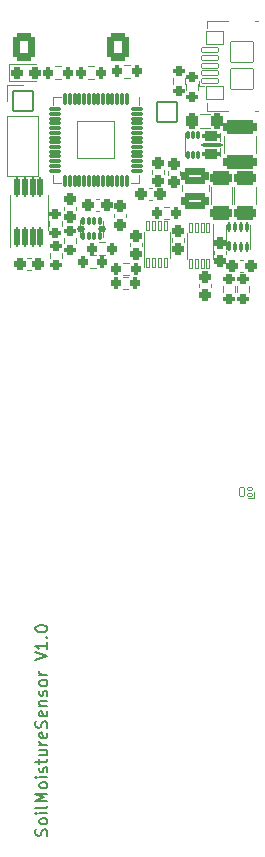
<source format=gto>
G04 #@! TF.GenerationSoftware,KiCad,Pcbnew,(6.0.7)*
G04 #@! TF.CreationDate,2022-10-27T11:55:22+02:00*
G04 #@! TF.ProjectId,soilMoistureSensor,736f696c-4d6f-4697-9374-75726553656e,rev?*
G04 #@! TF.SameCoordinates,Original*
G04 #@! TF.FileFunction,Legend,Top*
G04 #@! TF.FilePolarity,Positive*
%FSLAX46Y46*%
G04 Gerber Fmt 4.6, Leading zero omitted, Abs format (unit mm)*
G04 Created by KiCad (PCBNEW (6.0.7)) date 2022-10-27 11:55:22*
%MOMM*%
%LPD*%
G01*
G04 APERTURE LIST*
G04 Aperture macros list*
%AMRoundRect*
0 Rectangle with rounded corners*
0 $1 Rounding radius*
0 $2 $3 $4 $5 $6 $7 $8 $9 X,Y pos of 4 corners*
0 Add a 4 corners polygon primitive as box body*
4,1,4,$2,$3,$4,$5,$6,$7,$8,$9,$2,$3,0*
0 Add four circle primitives for the rounded corners*
1,1,$1+$1,$2,$3*
1,1,$1+$1,$4,$5*
1,1,$1+$1,$6,$7*
1,1,$1+$1,$8,$9*
0 Add four rect primitives between the rounded corners*
20,1,$1+$1,$2,$3,$4,$5,0*
20,1,$1+$1,$4,$5,$6,$7,0*
20,1,$1+$1,$6,$7,$8,$9,0*
20,1,$1+$1,$8,$9,$2,$3,0*%
G04 Aperture macros list end*
%ADD10C,0.150000*%
%ADD11C,0.120000*%
%ADD12RoundRect,0.300000X-0.650000X0.325000X-0.650000X-0.325000X0.650000X-0.325000X0.650000X0.325000X0*%
%ADD13RoundRect,0.275000X-0.225000X-0.250000X0.225000X-0.250000X0.225000X0.250000X-0.225000X0.250000X0*%
%ADD14RoundRect,0.300000X1.100000X-0.325000X1.100000X0.325000X-1.100000X0.325000X-1.100000X-0.325000X0*%
%ADD15RoundRect,0.250000X-0.275000X0.200000X-0.275000X-0.200000X0.275000X-0.200000X0.275000X0.200000X0*%
%ADD16RoundRect,0.050000X0.150000X0.400000X-0.150000X0.400000X-0.150000X-0.400000X0.150000X-0.400000X0*%
%ADD17RoundRect,0.250000X0.200000X0.275000X-0.200000X0.275000X-0.200000X-0.275000X0.200000X-0.275000X0*%
%ADD18RoundRect,0.250000X-0.200000X-0.275000X0.200000X-0.275000X0.200000X0.275000X-0.200000X0.275000X0*%
%ADD19RoundRect,0.275000X0.250000X-0.225000X0.250000X0.225000X-0.250000X0.225000X-0.250000X-0.225000X0*%
%ADD20RoundRect,0.050000X0.700000X-0.200000X0.700000X0.200000X-0.700000X0.200000X-0.700000X-0.200000X0*%
%ADD21O,2.000000X1.150000*%
%ADD22RoundRect,0.050000X0.725000X-0.575000X0.725000X0.575000X-0.725000X0.575000X-0.725000X-0.575000X0*%
%ADD23RoundRect,0.050000X0.950000X-0.875000X0.950000X0.875000X-0.950000X0.875000X-0.950000X-0.875000X0*%
%ADD24RoundRect,0.268750X0.218750X0.381250X-0.218750X0.381250X-0.218750X-0.381250X0.218750X-0.381250X0*%
%ADD25RoundRect,0.275000X-0.250000X0.225000X-0.250000X-0.225000X0.250000X-0.225000X0.250000X0.225000X0*%
%ADD26RoundRect,0.300000X-0.850000X0.375000X-0.850000X-0.375000X0.850000X-0.375000X0.850000X0.375000X0*%
%ADD27RoundRect,0.150000X0.100000X-0.712500X0.100000X0.712500X-0.100000X0.712500X-0.100000X-0.712500X0*%
%ADD28RoundRect,0.275000X0.225000X0.250000X-0.225000X0.250000X-0.225000X-0.250000X0.225000X-0.250000X0*%
%ADD29RoundRect,0.112500X0.062500X-0.337500X0.062500X0.337500X-0.062500X0.337500X-0.062500X-0.337500X0*%
%ADD30RoundRect,0.112500X0.062500X-0.287500X0.062500X0.287500X-0.062500X0.287500X-0.062500X-0.287500X0*%
%ADD31RoundRect,0.268750X-0.218750X-0.256250X0.218750X-0.256250X0.218750X0.256250X-0.218750X0.256250X0*%
%ADD32RoundRect,0.250000X-0.525000X0.200000X-0.525000X-0.200000X0.525000X-0.200000X0.525000X0.200000X0*%
%ADD33RoundRect,0.125000X-0.075000X0.225000X-0.075000X-0.225000X0.075000X-0.225000X0.075000X0.225000X0*%
%ADD34RoundRect,0.125000X-0.787500X0.075000X-0.787500X-0.075000X0.787500X-0.075000X0.787500X0.075000X0*%
%ADD35RoundRect,0.250000X0.275000X-0.200000X0.275000X0.200000X-0.275000X0.200000X-0.275000X-0.200000X0*%
%ADD36RoundRect,0.268750X0.256250X-0.218750X0.256250X0.218750X-0.256250X0.218750X-0.256250X-0.218750X0*%
%ADD37RoundRect,0.050000X-0.150000X-0.400000X0.150000X-0.400000X0.150000X0.400000X-0.150000X0.400000X0*%
%ADD38RoundRect,0.050000X-0.850000X-0.850000X0.850000X-0.850000X0.850000X0.850000X-0.850000X0.850000X0*%
%ADD39O,1.800000X1.800000*%
%ADD40RoundRect,0.100000X-0.050000X0.387500X-0.050000X-0.387500X0.050000X-0.387500X0.050000X0.387500X0*%
%ADD41RoundRect,0.100000X-0.387500X0.050000X-0.387500X-0.050000X0.387500X-0.050000X0.387500X0.050000X0*%
%ADD42RoundRect,0.050000X-1.600000X1.600000X-1.600000X-1.600000X1.600000X-1.600000X1.600000X1.600000X0*%
%ADD43RoundRect,0.050000X0.200000X-0.125000X0.200000X0.125000X-0.200000X0.125000X-0.200000X-0.125000X0*%
%ADD44RoundRect,0.050000X0.200000X-0.350000X0.200000X0.350000X-0.200000X0.350000X-0.200000X-0.350000X0*%
%ADD45RoundRect,0.112500X-0.062500X0.237500X-0.062500X-0.237500X0.062500X-0.237500X0.062500X0.237500X0*%
%ADD46RoundRect,0.137500X-0.212500X0.087500X-0.212500X-0.087500X0.212500X-0.087500X0.212500X0.087500X0*%
%ADD47RoundRect,0.050000X0.850000X0.850000X-0.850000X0.850000X-0.850000X-0.850000X0.850000X-0.850000X0*%
%ADD48RoundRect,0.300000X-0.620000X-0.845000X0.620000X-0.845000X0.620000X0.845000X-0.620000X0.845000X0*%
%ADD49O,1.840000X2.290000*%
G04 APERTURE END LIST*
D10*
X218504761Y-108104761D02*
X218552380Y-107961904D01*
X218552380Y-107723809D01*
X218504761Y-107628571D01*
X218457142Y-107580952D01*
X218361904Y-107533333D01*
X218266666Y-107533333D01*
X218171428Y-107580952D01*
X218123809Y-107628571D01*
X218076190Y-107723809D01*
X218028571Y-107914285D01*
X217980952Y-108009523D01*
X217933333Y-108057142D01*
X217838095Y-108104761D01*
X217742857Y-108104761D01*
X217647619Y-108057142D01*
X217600000Y-108009523D01*
X217552380Y-107914285D01*
X217552380Y-107676190D01*
X217600000Y-107533333D01*
X218552380Y-106961904D02*
X218504761Y-107057142D01*
X218457142Y-107104761D01*
X218361904Y-107152380D01*
X218076190Y-107152380D01*
X217980952Y-107104761D01*
X217933333Y-107057142D01*
X217885714Y-106961904D01*
X217885714Y-106819047D01*
X217933333Y-106723809D01*
X217980952Y-106676190D01*
X218076190Y-106628571D01*
X218361904Y-106628571D01*
X218457142Y-106676190D01*
X218504761Y-106723809D01*
X218552380Y-106819047D01*
X218552380Y-106961904D01*
X218552380Y-106200000D02*
X217885714Y-106200000D01*
X217552380Y-106200000D02*
X217600000Y-106247619D01*
X217647619Y-106200000D01*
X217600000Y-106152380D01*
X217552380Y-106200000D01*
X217647619Y-106200000D01*
X218552380Y-105580952D02*
X218504761Y-105676190D01*
X218409523Y-105723809D01*
X217552380Y-105723809D01*
X218552380Y-105200000D02*
X217552380Y-105200000D01*
X218266666Y-104866666D01*
X217552380Y-104533333D01*
X218552380Y-104533333D01*
X218552380Y-103914285D02*
X218504761Y-104009523D01*
X218457142Y-104057142D01*
X218361904Y-104104761D01*
X218076190Y-104104761D01*
X217980952Y-104057142D01*
X217933333Y-104009523D01*
X217885714Y-103914285D01*
X217885714Y-103771428D01*
X217933333Y-103676190D01*
X217980952Y-103628571D01*
X218076190Y-103580952D01*
X218361904Y-103580952D01*
X218457142Y-103628571D01*
X218504761Y-103676190D01*
X218552380Y-103771428D01*
X218552380Y-103914285D01*
X218552380Y-103152380D02*
X217885714Y-103152380D01*
X217552380Y-103152380D02*
X217600000Y-103200000D01*
X217647619Y-103152380D01*
X217600000Y-103104761D01*
X217552380Y-103152380D01*
X217647619Y-103152380D01*
X218504761Y-102723809D02*
X218552380Y-102628571D01*
X218552380Y-102438095D01*
X218504761Y-102342857D01*
X218409523Y-102295238D01*
X218361904Y-102295238D01*
X218266666Y-102342857D01*
X218219047Y-102438095D01*
X218219047Y-102580952D01*
X218171428Y-102676190D01*
X218076190Y-102723809D01*
X218028571Y-102723809D01*
X217933333Y-102676190D01*
X217885714Y-102580952D01*
X217885714Y-102438095D01*
X217933333Y-102342857D01*
X217885714Y-102009523D02*
X217885714Y-101628571D01*
X217552380Y-101866666D02*
X218409523Y-101866666D01*
X218504761Y-101819047D01*
X218552380Y-101723809D01*
X218552380Y-101628571D01*
X217885714Y-100866666D02*
X218552380Y-100866666D01*
X217885714Y-101295238D02*
X218409523Y-101295238D01*
X218504761Y-101247619D01*
X218552380Y-101152380D01*
X218552380Y-101009523D01*
X218504761Y-100914285D01*
X218457142Y-100866666D01*
X218552380Y-100390476D02*
X217885714Y-100390476D01*
X218076190Y-100390476D02*
X217980952Y-100342857D01*
X217933333Y-100295238D01*
X217885714Y-100200000D01*
X217885714Y-100104761D01*
X218504761Y-99390476D02*
X218552380Y-99485714D01*
X218552380Y-99676190D01*
X218504761Y-99771428D01*
X218409523Y-99819047D01*
X218028571Y-99819047D01*
X217933333Y-99771428D01*
X217885714Y-99676190D01*
X217885714Y-99485714D01*
X217933333Y-99390476D01*
X218028571Y-99342857D01*
X218123809Y-99342857D01*
X218219047Y-99819047D01*
X218504761Y-98961904D02*
X218552380Y-98819047D01*
X218552380Y-98580952D01*
X218504761Y-98485714D01*
X218457142Y-98438095D01*
X218361904Y-98390476D01*
X218266666Y-98390476D01*
X218171428Y-98438095D01*
X218123809Y-98485714D01*
X218076190Y-98580952D01*
X218028571Y-98771428D01*
X217980952Y-98866666D01*
X217933333Y-98914285D01*
X217838095Y-98961904D01*
X217742857Y-98961904D01*
X217647619Y-98914285D01*
X217600000Y-98866666D01*
X217552380Y-98771428D01*
X217552380Y-98533333D01*
X217600000Y-98390476D01*
X218504761Y-97580952D02*
X218552380Y-97676190D01*
X218552380Y-97866666D01*
X218504761Y-97961904D01*
X218409523Y-98009523D01*
X218028571Y-98009523D01*
X217933333Y-97961904D01*
X217885714Y-97866666D01*
X217885714Y-97676190D01*
X217933333Y-97580952D01*
X218028571Y-97533333D01*
X218123809Y-97533333D01*
X218219047Y-98009523D01*
X217885714Y-97104761D02*
X218552380Y-97104761D01*
X217980952Y-97104761D02*
X217933333Y-97057142D01*
X217885714Y-96961904D01*
X217885714Y-96819047D01*
X217933333Y-96723809D01*
X218028571Y-96676190D01*
X218552380Y-96676190D01*
X218504761Y-96247619D02*
X218552380Y-96152380D01*
X218552380Y-95961904D01*
X218504761Y-95866666D01*
X218409523Y-95819047D01*
X218361904Y-95819047D01*
X218266666Y-95866666D01*
X218219047Y-95961904D01*
X218219047Y-96104761D01*
X218171428Y-96200000D01*
X218076190Y-96247619D01*
X218028571Y-96247619D01*
X217933333Y-96200000D01*
X217885714Y-96104761D01*
X217885714Y-95961904D01*
X217933333Y-95866666D01*
X218552380Y-95247619D02*
X218504761Y-95342857D01*
X218457142Y-95390476D01*
X218361904Y-95438095D01*
X218076190Y-95438095D01*
X217980952Y-95390476D01*
X217933333Y-95342857D01*
X217885714Y-95247619D01*
X217885714Y-95104761D01*
X217933333Y-95009523D01*
X217980952Y-94961904D01*
X218076190Y-94914285D01*
X218361904Y-94914285D01*
X218457142Y-94961904D01*
X218504761Y-95009523D01*
X218552380Y-95104761D01*
X218552380Y-95247619D01*
X218552380Y-94485714D02*
X217885714Y-94485714D01*
X218076190Y-94485714D02*
X217980952Y-94438095D01*
X217933333Y-94390476D01*
X217885714Y-94295238D01*
X217885714Y-94200000D01*
X217552380Y-93247619D02*
X218552380Y-92914285D01*
X217552380Y-92580952D01*
X218552380Y-91723809D02*
X218552380Y-92295238D01*
X218552380Y-92009523D02*
X217552380Y-92009523D01*
X217695238Y-92104761D01*
X217790476Y-92200000D01*
X217838095Y-92295238D01*
X218457142Y-91295238D02*
X218504761Y-91247619D01*
X218552380Y-91295238D01*
X218504761Y-91342857D01*
X218457142Y-91295238D01*
X218552380Y-91295238D01*
X217552380Y-90628571D02*
X217552380Y-90533333D01*
X217600000Y-90438095D01*
X217647619Y-90390476D01*
X217742857Y-90342857D01*
X217933333Y-90295238D01*
X218171428Y-90295238D01*
X218361904Y-90342857D01*
X218457142Y-90390476D01*
X218504761Y-90438095D01*
X218552380Y-90533333D01*
X218552380Y-90628571D01*
X218504761Y-90723809D01*
X218457142Y-90771428D01*
X218361904Y-90819047D01*
X218171428Y-90866666D01*
X217933333Y-90866666D01*
X217742857Y-90819047D01*
X217647619Y-90771428D01*
X217600000Y-90723809D01*
X217552380Y-90628571D01*
D11*
X232390000Y-53188748D02*
X232390000Y-54611252D01*
X234210000Y-53188748D02*
X234210000Y-54611252D01*
X216859420Y-60210000D02*
X217140580Y-60210000D01*
X216859420Y-59190000D02*
X217140580Y-59190000D01*
X236260000Y-50311252D02*
X236260000Y-48888748D01*
X233540000Y-50311252D02*
X233540000Y-48888748D01*
X218777500Y-58737742D02*
X218777500Y-59212258D01*
X219822500Y-58737742D02*
X219822500Y-59212258D01*
X230346428Y-59275000D02*
X230346428Y-57075000D01*
X232546428Y-59275000D02*
X232546428Y-56275000D01*
X223433686Y-57877500D02*
X222959170Y-57877500D01*
X223433686Y-58922500D02*
X222959170Y-58922500D01*
X224962742Y-59577500D02*
X225437258Y-59577500D01*
X224962742Y-60622500D02*
X225437258Y-60622500D01*
X228790000Y-52140580D02*
X228790000Y-51859420D01*
X229810000Y-52140580D02*
X229810000Y-51859420D01*
X233820000Y-46710000D02*
X232090000Y-46710000D01*
X233820000Y-39090000D02*
X232090000Y-39090000D01*
X236390000Y-46710000D02*
X236180000Y-46710000D01*
X232090000Y-46710000D02*
X232090000Y-46050000D01*
X236390000Y-39090000D02*
X236180000Y-39090000D01*
X231390000Y-44660000D02*
X231780000Y-44660000D01*
X231390000Y-44660000D02*
X231390000Y-44210000D01*
X232090000Y-39090000D02*
X232090000Y-39740000D01*
X225412258Y-61822500D02*
X224937742Y-61822500D01*
X225412258Y-60777500D02*
X224937742Y-60777500D01*
X234859420Y-60360000D02*
X235140580Y-60360000D01*
X234859420Y-59340000D02*
X235140580Y-59340000D01*
X232299622Y-47040000D02*
X231500378Y-47040000D01*
X232299622Y-48160000D02*
X231500378Y-48160000D01*
X232640000Y-58559420D02*
X232640000Y-58840580D01*
X233660000Y-58559420D02*
X233660000Y-58840580D01*
X219936428Y-55115580D02*
X219936428Y-54834420D01*
X220956428Y-55115580D02*
X220956428Y-54834420D01*
X218723928Y-56037742D02*
X218723928Y-56512258D01*
X219768928Y-56037742D02*
X219768928Y-56512258D01*
X232210000Y-53038748D02*
X232210000Y-53561252D01*
X229990000Y-53038748D02*
X229990000Y-53561252D01*
X215390000Y-55320000D02*
X215390000Y-53820000D01*
X218610000Y-55320000D02*
X218610000Y-56820000D01*
X215390000Y-55320000D02*
X215390000Y-58245000D01*
X218610000Y-55320000D02*
X218610000Y-53820000D01*
X227440580Y-54310000D02*
X227159420Y-54310000D01*
X227440580Y-53290000D02*
X227159420Y-53290000D01*
X219702734Y-42977500D02*
X219228218Y-42977500D01*
X219702734Y-44022500D02*
X219228218Y-44022500D01*
X235700000Y-58400000D02*
X235700000Y-56400000D01*
X233700000Y-58400000D02*
X233700000Y-56400000D01*
X215280476Y-42765000D02*
X215280476Y-44235000D01*
X215280476Y-44235000D02*
X217565476Y-44235000D01*
X217565476Y-42765000D02*
X215280476Y-42765000D01*
X230222500Y-43962742D02*
X230222500Y-44437258D01*
X229177500Y-43962742D02*
X229177500Y-44437258D01*
X233200000Y-50600000D02*
X233200000Y-49900000D01*
X230200000Y-48600000D02*
X230200000Y-50600000D01*
X233200000Y-48600000D02*
X233200000Y-49300000D01*
X233500000Y-48600000D02*
G75*
G03*
X233500000Y-48600000I-50000J0D01*
G01*
X234472500Y-62037258D02*
X234472500Y-61562742D01*
X233427500Y-62037258D02*
X233427500Y-61562742D01*
X227390000Y-52062779D02*
X227390000Y-51737221D01*
X228410000Y-52062779D02*
X228410000Y-51737221D01*
X234390000Y-53188748D02*
X234390000Y-54611252D01*
X236210000Y-53188748D02*
X236210000Y-54611252D01*
X230156428Y-57534420D02*
X230156428Y-57815580D01*
X229136428Y-57534420D02*
X229136428Y-57815580D01*
X231322500Y-44462742D02*
X231322500Y-44937258D01*
X230277500Y-44462742D02*
X230277500Y-44937258D01*
X226556428Y-57934420D02*
X226556428Y-58215580D01*
X225536428Y-57934420D02*
X225536428Y-58215580D01*
X226746428Y-56975000D02*
X226746428Y-59975000D01*
X228946428Y-56975000D02*
X228946428Y-59175000D01*
X222037742Y-44022500D02*
X222512258Y-44022500D01*
X222037742Y-42977500D02*
X222512258Y-42977500D01*
X215145000Y-44545000D02*
X216475000Y-44545000D01*
X215145000Y-52285000D02*
X217805000Y-52285000D01*
X215145000Y-47145000D02*
X217805000Y-47145000D01*
X217805000Y-47145000D02*
X217805000Y-52285000D01*
X215145000Y-47145000D02*
X215145000Y-52285000D01*
X215145000Y-45875000D02*
X215145000Y-44545000D01*
X222162742Y-58977500D02*
X222637258Y-58977500D01*
X222162742Y-60022500D02*
X222637258Y-60022500D01*
X231390000Y-61409420D02*
X231390000Y-61690580D01*
X232410000Y-61409420D02*
X232410000Y-61690580D01*
X225210000Y-55740580D02*
X225210000Y-55459420D01*
X224190000Y-55740580D02*
X224190000Y-55459420D01*
X235622500Y-62037258D02*
X235622500Y-61562742D01*
X234577500Y-62037258D02*
X234577500Y-61562742D01*
X226285000Y-52810000D02*
X225635000Y-52810000D01*
X226285000Y-46240000D02*
X226285000Y-45590000D01*
X219065000Y-45590000D02*
X219715000Y-45590000D01*
X219065000Y-52160000D02*
X219065000Y-52810000D01*
X219065000Y-52810000D02*
X219715000Y-52810000D01*
X219065000Y-46240000D02*
X219065000Y-45590000D01*
X226285000Y-52160000D02*
X226285000Y-52810000D01*
X235550000Y-79500000D02*
X236050000Y-79500000D01*
X236050000Y-79500000D02*
X236050000Y-79000000D01*
X225537258Y-43922500D02*
X225062742Y-43922500D01*
X225537258Y-42877500D02*
X225062742Y-42877500D01*
X222659420Y-55210000D02*
X222940580Y-55210000D01*
X222659420Y-54190000D02*
X222940580Y-54190000D01*
X228883686Y-55897500D02*
X228409170Y-55897500D01*
X228883686Y-54852500D02*
X228409170Y-54852500D01*
X219973928Y-57462742D02*
X219973928Y-57937258D01*
X221018928Y-57462742D02*
X221018928Y-57937258D01*
X221296428Y-55950000D02*
X221296428Y-56400000D01*
X221296428Y-57000000D02*
X221296428Y-57450000D01*
X223296428Y-57450000D02*
X223296428Y-57000000D01*
X223296428Y-56100000D02*
X223296428Y-56400000D01*
%LPC*%
D12*
X233300000Y-52425000D03*
X233300000Y-55375000D03*
D13*
X216225000Y-59700000D03*
X217775000Y-59700000D03*
D14*
X234900000Y-51075000D03*
X234900000Y-48125000D03*
D15*
X219300000Y-58150000D03*
X219300000Y-59800000D03*
D16*
X232196428Y-56625000D03*
X231696428Y-56625000D03*
X231196428Y-56625000D03*
X230696428Y-56625000D03*
X230696428Y-59725000D03*
X231196428Y-59725000D03*
X231696428Y-59725000D03*
X232196428Y-59725000D03*
D17*
X224021428Y-58400000D03*
X222371428Y-58400000D03*
D18*
X224375000Y-60100000D03*
X226025000Y-60100000D03*
D19*
X229300000Y-52775000D03*
X229300000Y-51225000D03*
D20*
X232350000Y-44200000D03*
X232350000Y-43550000D03*
X232350000Y-42900000D03*
X232350000Y-42250000D03*
X232350000Y-41600000D03*
D21*
X235000000Y-46475000D03*
D22*
X232770000Y-40580000D03*
X232770000Y-45220000D03*
D21*
X235000000Y-39325000D03*
D23*
X235000000Y-44025000D03*
X235000000Y-41775000D03*
D17*
X226000000Y-61300000D03*
X224350000Y-61300000D03*
D13*
X234225000Y-59850000D03*
X235775000Y-59850000D03*
D24*
X232962500Y-47600000D03*
X230837500Y-47600000D03*
D25*
X233150000Y-57925000D03*
X233150000Y-59475000D03*
D19*
X220446428Y-55750000D03*
X220446428Y-54200000D03*
D15*
X219246428Y-55450000D03*
X219246428Y-57100000D03*
D26*
X231100000Y-52225000D03*
X231100000Y-54375000D03*
D27*
X216025000Y-57432500D03*
X216675000Y-57432500D03*
X217325000Y-57432500D03*
X217975000Y-57432500D03*
X217975000Y-53207500D03*
X217325000Y-53207500D03*
X216675000Y-53207500D03*
X216025000Y-53207500D03*
D28*
X228075000Y-53800000D03*
X226525000Y-53800000D03*
D17*
X220290476Y-43500000D03*
X218640476Y-43500000D03*
D29*
X233950000Y-58200000D03*
D30*
X234450000Y-58250000D03*
X234950000Y-58250000D03*
X235450000Y-58250000D03*
X235450000Y-56550000D03*
X234950000Y-56550000D03*
X234450000Y-56550000D03*
X233950000Y-56550000D03*
D31*
X215977976Y-43500000D03*
X217552976Y-43500000D03*
D15*
X229700000Y-43375000D03*
X229700000Y-45025000D03*
D32*
X232387500Y-48850000D03*
D33*
X231337500Y-48750000D03*
X230887500Y-48750000D03*
X230437500Y-48750000D03*
X230437500Y-50450000D03*
X230887500Y-50450000D03*
X231337500Y-50450000D03*
D32*
X232387500Y-50350000D03*
D34*
X232525000Y-49600000D03*
D35*
X233950000Y-62625000D03*
X233950000Y-60975000D03*
D36*
X227900000Y-52687500D03*
X227900000Y-51112500D03*
D12*
X235300000Y-52425000D03*
X235300000Y-55375000D03*
D25*
X229646428Y-56900000D03*
X229646428Y-58450000D03*
D15*
X230800000Y-43875000D03*
X230800000Y-45525000D03*
D25*
X226046428Y-57300000D03*
X226046428Y-58850000D03*
D37*
X227096428Y-59625000D03*
X227596428Y-59625000D03*
X228096428Y-59625000D03*
X228596428Y-59625000D03*
X228596428Y-56525000D03*
X228096428Y-56525000D03*
X227596428Y-56525000D03*
X227096428Y-56525000D03*
D18*
X221450000Y-43500000D03*
X223100000Y-43500000D03*
D38*
X216475000Y-45875000D03*
D39*
X216475000Y-48415000D03*
X216475000Y-50955000D03*
D18*
X221575000Y-59500000D03*
X223225000Y-59500000D03*
D25*
X231900000Y-60775000D03*
X231900000Y-62325000D03*
D19*
X224700000Y-56375000D03*
X224700000Y-54825000D03*
D35*
X235100000Y-62625000D03*
X235100000Y-60975000D03*
D40*
X225275000Y-45762500D03*
X224875000Y-45762500D03*
X224475000Y-45762500D03*
X224075000Y-45762500D03*
X223675000Y-45762500D03*
X223275000Y-45762500D03*
X222875000Y-45762500D03*
X222475000Y-45762500D03*
X222075000Y-45762500D03*
X221675000Y-45762500D03*
X221275000Y-45762500D03*
X220875000Y-45762500D03*
X220475000Y-45762500D03*
X220075000Y-45762500D03*
D41*
X219237500Y-46600000D03*
X219237500Y-47000000D03*
X219237500Y-47400000D03*
X219237500Y-47800000D03*
X219237500Y-48200000D03*
X219237500Y-48600000D03*
X219237500Y-49000000D03*
X219237500Y-49400000D03*
X219237500Y-49800000D03*
X219237500Y-50200000D03*
X219237500Y-50600000D03*
X219237500Y-51000000D03*
X219237500Y-51400000D03*
X219237500Y-51800000D03*
D40*
X220075000Y-52637500D03*
X220475000Y-52637500D03*
X220875000Y-52637500D03*
X221275000Y-52637500D03*
X221675000Y-52637500D03*
X222075000Y-52637500D03*
X222475000Y-52637500D03*
X222875000Y-52637500D03*
X223275000Y-52637500D03*
X223675000Y-52637500D03*
X224075000Y-52637500D03*
X224475000Y-52637500D03*
X224875000Y-52637500D03*
X225275000Y-52637500D03*
D41*
X226112500Y-51800000D03*
X226112500Y-51400000D03*
X226112500Y-51000000D03*
X226112500Y-50600000D03*
X226112500Y-50200000D03*
X226112500Y-49800000D03*
X226112500Y-49400000D03*
X226112500Y-49000000D03*
X226112500Y-48600000D03*
X226112500Y-48200000D03*
X226112500Y-47800000D03*
X226112500Y-47400000D03*
X226112500Y-47000000D03*
X226112500Y-46600000D03*
D42*
X222675000Y-49200000D03*
D43*
X235700000Y-79225000D03*
X235700000Y-78775000D03*
D44*
X235000000Y-79000000D03*
D17*
X226125000Y-43400000D03*
X224475000Y-43400000D03*
D13*
X222025000Y-54700000D03*
X223575000Y-54700000D03*
D17*
X229471428Y-55375000D03*
X227821428Y-55375000D03*
D15*
X220496428Y-56875000D03*
X220496428Y-58525000D03*
D33*
X223046428Y-56075000D03*
D45*
X222546428Y-56075000D03*
X222046428Y-56075000D03*
D33*
X221546428Y-56075000D03*
D46*
X221421428Y-56700000D03*
D33*
X221546428Y-57325000D03*
D45*
X222046428Y-57325000D03*
X222546428Y-57325000D03*
D33*
X223046428Y-57325000D03*
D46*
X223171428Y-56700000D03*
D47*
X228650000Y-46850000D03*
D39*
X228650000Y-49390000D03*
D48*
X224575000Y-41320000D03*
D49*
X227115000Y-41320000D03*
X229655000Y-41320000D03*
D48*
X216575000Y-41320000D03*
D49*
X219115000Y-41320000D03*
X221655000Y-41320000D03*
M02*

</source>
